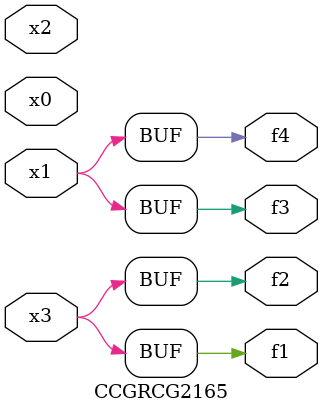
<source format=v>
module CCGRCG2165(
	input x0, x1, x2, x3,
	output f1, f2, f3, f4
);
	assign f1 = x3;
	assign f2 = x3;
	assign f3 = x1;
	assign f4 = x1;
endmodule

</source>
